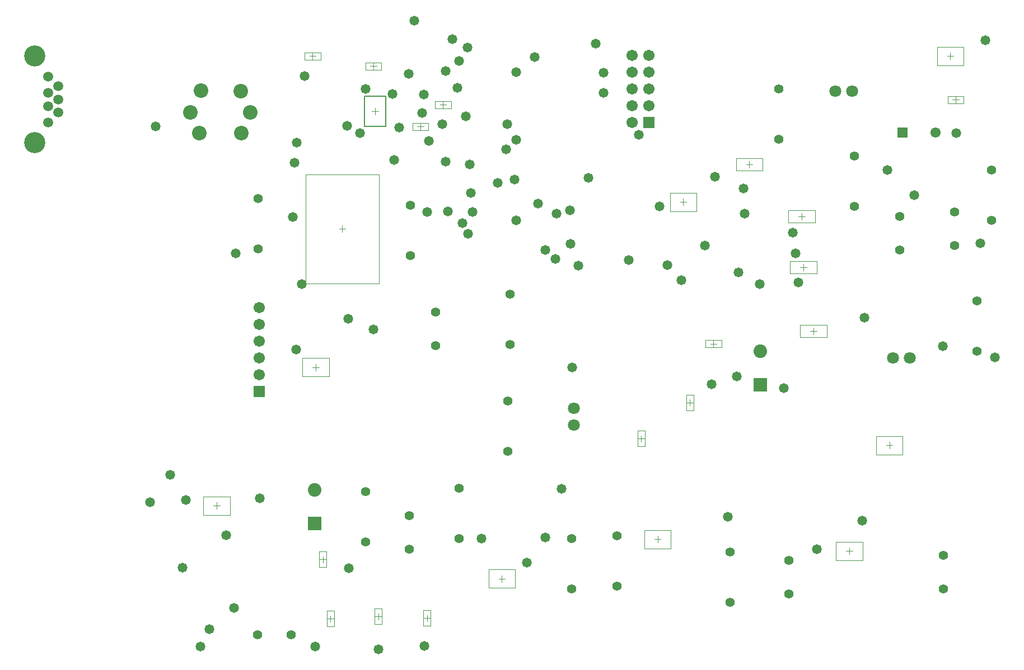
<source format=gbs>
G04*
G04 #@! TF.GenerationSoftware,Altium Limited,Altium Designer,18.0.11 (651)*
G04*
G04 Layer_Color=16711935*
%FSLAX25Y25*%
%MOIN*%
G70*
G01*
G75*
%ADD17C,0.00800*%
%ADD20C,0.00394*%
%ADD49C,0.05918*%
%ADD50C,0.12611*%
%ADD51C,0.05524*%
%ADD52C,0.08083*%
%ADD53R,0.08083X0.08083*%
%ADD54C,0.06706*%
%ADD55R,0.06706X0.06706*%
%ADD56C,0.08674*%
%ADD57C,0.07099*%
%ADD58R,0.06115X0.06115*%
%ADD59C,0.06115*%
%ADD60C,0.05800*%
D17*
X319799Y429945D02*
Y448055D01*
X307201Y429945D02*
Y448055D01*
Y429945D02*
X319799D01*
X307201Y448055D02*
X319799D01*
D20*
X311531Y439000D02*
X315469D01*
X313500Y437032D02*
Y440969D01*
X211311Y198488D02*
Y209512D01*
X227059Y198488D02*
Y209512D01*
X211311D02*
X227059D01*
X211311Y198488D02*
X227059D01*
X217216Y204000D02*
X221153D01*
X219185Y202031D02*
Y205968D01*
X280335Y167276D02*
X284665D01*
X280335Y176724D02*
X284665D01*
X280335Y167276D02*
Y176724D01*
X284665Y167276D02*
Y176724D01*
X282500Y170130D02*
Y173870D01*
X280630Y172000D02*
X284370D01*
X284835Y131961D02*
X289165D01*
X284835Y141410D02*
X289165D01*
X284835Y131961D02*
Y141410D01*
X289165Y131961D02*
Y141410D01*
X287000Y134815D02*
Y138555D01*
X285130Y136685D02*
X288870D01*
X498835Y270224D02*
X503165D01*
X498835Y260776D02*
X503165D01*
Y270224D01*
X498835Y260776D02*
Y270224D01*
X501000Y263630D02*
Y267370D01*
X499130Y265500D02*
X502870D01*
X313335Y133276D02*
X317665D01*
X313335Y142724D02*
X317665D01*
X313335Y133276D02*
Y142724D01*
X317665Y133276D02*
Y142724D01*
X315500Y136130D02*
Y139870D01*
X313630Y138000D02*
X317370D01*
X469835Y239276D02*
X474165D01*
X469835Y248724D02*
X474165D01*
X469835Y239276D02*
Y248724D01*
X474165Y239276D02*
Y248724D01*
X472000Y242130D02*
Y245870D01*
X470130Y244000D02*
X473870D01*
X342335Y132276D02*
X346665D01*
X342335Y141724D02*
X346665D01*
X342335Y132276D02*
Y141724D01*
X346665Y132276D02*
Y141724D01*
X344500Y135130D02*
Y138870D01*
X342630Y137000D02*
X346370D01*
X654461Y443835D02*
Y448165D01*
X663909Y443835D02*
Y448165D01*
X654461D02*
X663909D01*
X654461Y443835D02*
X663909D01*
X657315Y446000D02*
X661055D01*
X659185Y444130D02*
Y447870D01*
X519724Y298335D02*
Y302665D01*
X510276Y298335D02*
Y302665D01*
Y298335D02*
X519724D01*
X510276Y302665D02*
X519724D01*
X513130Y300500D02*
X516870D01*
X515000Y298630D02*
Y302370D01*
X271591Y469835D02*
Y474165D01*
X281039Y469835D02*
Y474165D01*
X271591D02*
X281039D01*
X271591Y469835D02*
X281039D01*
X274445Y472000D02*
X278185D01*
X276315Y470130D02*
Y473870D01*
X345224Y427835D02*
Y432165D01*
X335776Y427835D02*
Y432165D01*
Y427835D02*
X345224D01*
X335776Y432165D02*
X345224D01*
X338630Y430000D02*
X342370D01*
X340500Y428130D02*
Y431870D01*
X307776Y463835D02*
Y468165D01*
X317224Y463835D02*
Y468165D01*
X307776D02*
X317224D01*
X307776Y463835D02*
X317224D01*
X310630Y466000D02*
X314370D01*
X312500Y464130D02*
Y467870D01*
X349276Y440835D02*
Y445165D01*
X358724Y440835D02*
Y445165D01*
X349276D02*
X358724D01*
X349276Y440835D02*
X358724D01*
X352130Y443000D02*
X355870D01*
X354000Y441130D02*
Y444870D01*
X270311Y280988D02*
Y292012D01*
X286059Y280988D02*
Y292012D01*
X270311D02*
X286059D01*
X270311Y280988D02*
X286059D01*
X276217Y286500D02*
X280153D01*
X278185Y284531D02*
Y288469D01*
X473811Y178488D02*
Y189512D01*
X489559Y178488D02*
Y189512D01*
X473811D02*
X489559D01*
X473811Y178488D02*
X489559D01*
X479716Y184000D02*
X483653D01*
X481685Y182032D02*
Y185968D01*
X587941Y171488D02*
Y182512D01*
X603689Y171488D02*
Y182512D01*
X587941D02*
X603689D01*
X587941Y171488D02*
X603689D01*
X593847Y177000D02*
X597784D01*
X595815Y175031D02*
Y178969D01*
X381126Y154988D02*
Y166012D01*
X396874Y154988D02*
Y166012D01*
X381126D02*
X396874D01*
X381126Y154988D02*
X396874D01*
X387032Y160500D02*
X390968D01*
X389000Y158531D02*
Y162469D01*
X648126Y466488D02*
Y477512D01*
X663874Y466488D02*
Y477512D01*
X648126D02*
X663874D01*
X648126Y466488D02*
X663874D01*
X654032Y472000D02*
X657969D01*
X656000Y470031D02*
Y473969D01*
X489126Y379488D02*
Y390512D01*
X504874Y379488D02*
Y390512D01*
X489126D02*
X504874D01*
X489126Y379488D02*
X504874D01*
X495031Y385000D02*
X498969D01*
X497000Y383032D02*
Y386968D01*
X611811Y234488D02*
Y245512D01*
X627559Y234488D02*
Y245512D01*
X611811D02*
X627559D01*
X611811Y234488D02*
X627559D01*
X617717Y240000D02*
X621654D01*
X619685Y238032D02*
Y241968D01*
X272150Y336543D02*
X315850D01*
X272150Y401504D02*
X315850D01*
X272150Y336543D02*
Y401504D01*
X315850Y336543D02*
Y401504D01*
X294000Y367055D02*
Y370992D01*
X292032Y369024D02*
X295969D01*
X566626Y304260D02*
Y311740D01*
X582374Y304260D02*
Y311740D01*
X566626D02*
X582374D01*
X566626Y304260D02*
X582374D01*
X572532Y308000D02*
X576469D01*
X574500Y306031D02*
Y309968D01*
X559626Y372760D02*
Y380240D01*
X575374Y372760D02*
Y380240D01*
X559626D02*
X575374D01*
X559626Y372760D02*
X575374D01*
X565531Y376500D02*
X569468D01*
X567500Y374532D02*
Y378468D01*
X560626Y342260D02*
Y349740D01*
X576374Y342260D02*
Y349740D01*
X560626D02*
X576374D01*
X560626Y342260D02*
X576374D01*
X566532Y346000D02*
X570469D01*
X568500Y344032D02*
Y347969D01*
X528441Y403760D02*
Y411240D01*
X544189Y403760D02*
Y411240D01*
X528441D02*
X544189D01*
X528441Y403760D02*
X544189D01*
X534346Y407500D02*
X538283D01*
X536315Y405532D02*
Y409469D01*
D49*
X124874Y438378D02*
D03*
Y446252D02*
D03*
Y454126D02*
D03*
X118874Y432354D02*
D03*
Y442197D02*
D03*
Y450071D02*
D03*
Y459913D02*
D03*
D50*
X111000Y420268D02*
D03*
Y472000D02*
D03*
D51*
X263500Y127000D02*
D03*
X243500Y127000D02*
D03*
X560000Y151500D02*
D03*
Y171500D02*
D03*
X658500Y359000D02*
D03*
Y379000D02*
D03*
X652000Y154500D02*
D03*
Y174500D02*
D03*
X626000Y356500D02*
D03*
Y376500D02*
D03*
X349500Y299500D02*
D03*
Y319500D02*
D03*
X334000Y178000D02*
D03*
Y198000D02*
D03*
X334500Y383000D02*
D03*
X334500Y353000D02*
D03*
X363500Y184500D02*
D03*
Y214500D02*
D03*
X244000Y357000D02*
D03*
Y387000D02*
D03*
X394000Y330000D02*
D03*
X394000Y300000D02*
D03*
X430500Y154500D02*
D03*
Y184500D02*
D03*
X392500Y236500D02*
D03*
Y266500D02*
D03*
X554000Y422500D02*
D03*
Y452500D02*
D03*
X457500Y186000D02*
D03*
X457500Y156000D02*
D03*
X525000Y176500D02*
D03*
X525000Y146500D02*
D03*
X672000Y296000D02*
D03*
Y326000D02*
D03*
X680500Y374000D02*
D03*
Y404000D02*
D03*
X599000Y382500D02*
D03*
Y412500D02*
D03*
X308000Y212500D02*
D03*
X308000Y182500D02*
D03*
D52*
X277500Y213500D02*
D03*
X543000Y296000D02*
D03*
D53*
X277500Y193500D02*
D03*
X543000Y276000D02*
D03*
D54*
X244500Y322000D02*
D03*
Y312000D02*
D03*
Y302000D02*
D03*
Y292000D02*
D03*
Y282000D02*
D03*
X466500Y472500D02*
D03*
X476500D02*
D03*
X466500Y462500D02*
D03*
X476500D02*
D03*
X466500Y452500D02*
D03*
X476500D02*
D03*
X466500Y442500D02*
D03*
X476500D02*
D03*
X466500Y432500D02*
D03*
D55*
X244500Y272000D02*
D03*
X476500Y432500D02*
D03*
D56*
X203500Y438500D02*
D03*
X210000Y451500D02*
D03*
X209000Y426000D02*
D03*
X234000D02*
D03*
X233500Y451000D02*
D03*
X239178Y438500D02*
D03*
D57*
X432000Y252000D02*
D03*
Y262000D02*
D03*
X632000Y292000D02*
D03*
X622000D02*
D03*
X597500Y451000D02*
D03*
X587500D02*
D03*
D58*
X627500Y426500D02*
D03*
D59*
X647185Y426500D02*
D03*
D60*
X201000Y207500D02*
D03*
X199000Y167000D02*
D03*
X225000Y186500D02*
D03*
X605000Y316000D02*
D03*
X370000Y407500D02*
D03*
X386500Y396500D02*
D03*
X370500Y390500D02*
D03*
X397500Y422000D02*
D03*
X337000Y493000D02*
D03*
X333500Y461500D02*
D03*
X266500Y297000D02*
D03*
X312500Y309000D02*
D03*
X397500Y374000D02*
D03*
X429500Y380000D02*
D03*
X391500Y416500D02*
D03*
X392051Y431449D02*
D03*
X353500Y431500D02*
D03*
X308000Y452500D02*
D03*
X271500Y460000D02*
D03*
X674000Y360500D02*
D03*
X634500Y389000D02*
D03*
X562185Y366685D02*
D03*
X564000Y354500D02*
D03*
X430000Y360000D02*
D03*
X434500Y347000D02*
D03*
X328000Y429500D02*
D03*
X345500Y421500D02*
D03*
X325000Y410000D02*
D03*
X369000Y366000D02*
D03*
X365500Y372500D02*
D03*
X371500Y379000D02*
D03*
X440500Y399500D02*
D03*
X470500Y425000D02*
D03*
X677000Y481500D02*
D03*
X682500Y292500D02*
D03*
X297815Y166685D02*
D03*
X659500Y426000D02*
D03*
X565500Y337000D02*
D03*
X542500Y336000D02*
D03*
X431000Y286500D02*
D03*
X230500Y354500D02*
D03*
X183000Y430000D02*
D03*
X377000Y184500D02*
D03*
X415000Y185000D02*
D03*
X557000Y274000D02*
D03*
X576500Y178000D02*
D03*
X523500Y197500D02*
D03*
X483000Y382500D02*
D03*
X357000Y379500D02*
D03*
X344500Y379000D02*
D03*
X265500Y408500D02*
D03*
X264500Y376000D02*
D03*
X297000Y430500D02*
D03*
X324000Y449500D02*
D03*
X342500Y449000D02*
D03*
X341500Y438000D02*
D03*
X397500Y462500D02*
D03*
X362500Y453000D02*
D03*
X445000Y479500D02*
D03*
X355500Y463000D02*
D03*
X363500Y469000D02*
D03*
X359500Y482000D02*
D03*
X408500Y471500D02*
D03*
X496000Y338500D02*
D03*
X421000Y351000D02*
D03*
X464500Y350500D02*
D03*
X368500Y477000D02*
D03*
X404000Y170000D02*
D03*
X415000Y356500D02*
D03*
X410500Y384000D02*
D03*
X396500Y398500D02*
D03*
X367500Y436000D02*
D03*
X533000Y393000D02*
D03*
X533500Y378000D02*
D03*
X355500Y409000D02*
D03*
X267000Y420500D02*
D03*
X304500Y426000D02*
D03*
X651500Y299000D02*
D03*
X487500Y347500D02*
D03*
X421500Y378000D02*
D03*
X270000Y336000D02*
D03*
X297500Y315500D02*
D03*
X449500Y462000D02*
D03*
Y450000D02*
D03*
X530000Y343000D02*
D03*
X278000Y120000D02*
D03*
X229500Y143000D02*
D03*
X315500Y118500D02*
D03*
X215000Y130500D02*
D03*
X209500Y120000D02*
D03*
X603500Y195000D02*
D03*
X529000Y281185D02*
D03*
X516000Y400000D02*
D03*
X509685Y359185D02*
D03*
X343000Y120500D02*
D03*
X514000Y276500D02*
D03*
X424500Y214000D02*
D03*
X191500Y222500D02*
D03*
X245000Y208500D02*
D03*
X179500Y206000D02*
D03*
X618500Y404000D02*
D03*
M02*

</source>
